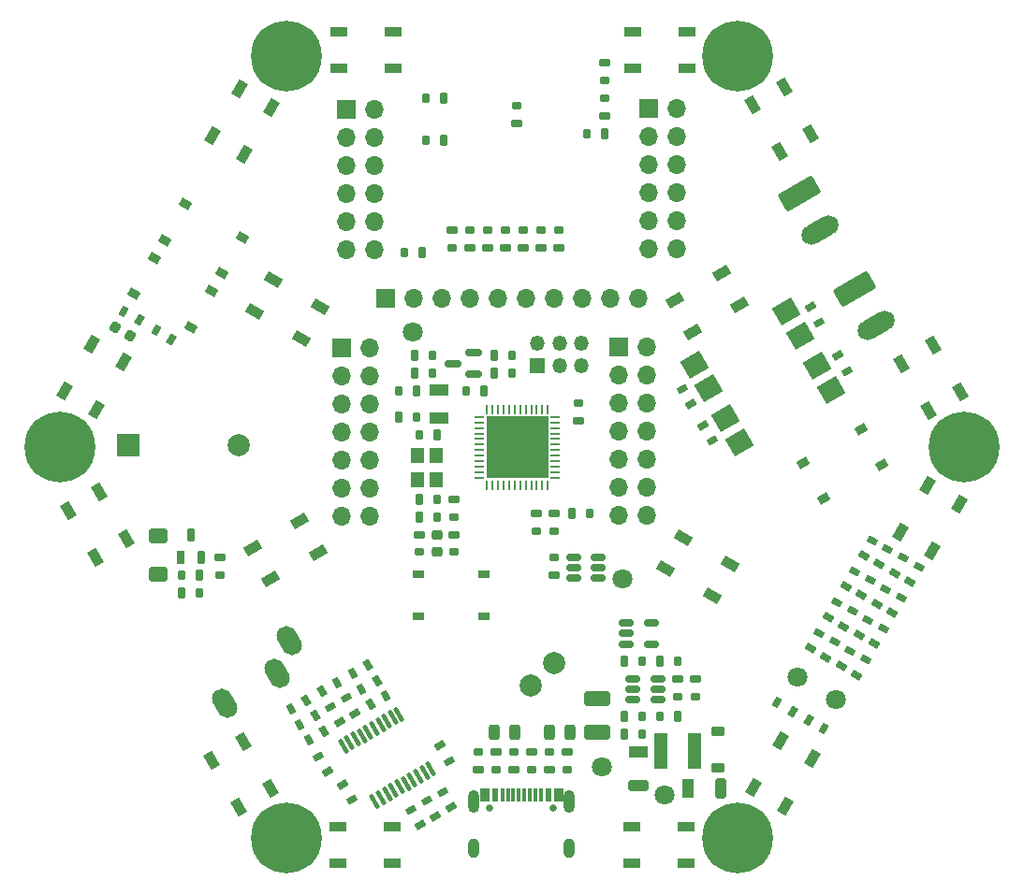
<source format=gbr>
%TF.GenerationSoftware,KiCad,Pcbnew,7.0.9*%
%TF.CreationDate,2024-05-28T15:48:04+02:00*%
%TF.ProjectId,ESP_DB_v1.0,4553505f-4442-45f7-9631-2e302e6b6963,rev?*%
%TF.SameCoordinates,Original*%
%TF.FileFunction,Soldermask,Top*%
%TF.FilePolarity,Negative*%
%FSLAX46Y46*%
G04 Gerber Fmt 4.6, Leading zero omitted, Abs format (unit mm)*
G04 Created by KiCad (PCBNEW 7.0.9) date 2024-05-28 15:48:04*
%MOMM*%
%LPD*%
G01*
G04 APERTURE LIST*
G04 Aperture macros list*
%AMRoundRect*
0 Rectangle with rounded corners*
0 $1 Rounding radius*
0 $2 $3 $4 $5 $6 $7 $8 $9 X,Y pos of 4 corners*
0 Add a 4 corners polygon primitive as box body*
4,1,4,$2,$3,$4,$5,$6,$7,$8,$9,$2,$3,0*
0 Add four circle primitives for the rounded corners*
1,1,$1+$1,$2,$3*
1,1,$1+$1,$4,$5*
1,1,$1+$1,$6,$7*
1,1,$1+$1,$8,$9*
0 Add four rect primitives between the rounded corners*
20,1,$1+$1,$2,$3,$4,$5,0*
20,1,$1+$1,$4,$5,$6,$7,0*
20,1,$1+$1,$6,$7,$8,$9,0*
20,1,$1+$1,$8,$9,$2,$3,0*%
%AMHorizOval*
0 Thick line with rounded ends*
0 $1 width*
0 $2 $3 position (X,Y) of the first rounded end (center of the circle)*
0 $4 $5 position (X,Y) of the second rounded end (center of the circle)*
0 Add line between two ends*
20,1,$1,$2,$3,$4,$5,0*
0 Add two circle primitives to create the rounded ends*
1,1,$1,$2,$3*
1,1,$1,$4,$5*%
%AMRotRect*
0 Rectangle, with rotation*
0 The origin of the aperture is its center*
0 $1 length*
0 $2 width*
0 $3 Rotation angle, in degrees counterclockwise*
0 Add horizontal line*
21,1,$1,$2,0,0,$3*%
G04 Aperture macros list end*
%ADD10RoundRect,0.030000X-0.270000X-0.430000X0.270000X-0.430000X0.270000X0.430000X-0.270000X0.430000X0*%
%ADD11RoundRect,0.090000X-0.210000X-0.370000X0.210000X-0.370000X0.210000X0.370000X-0.210000X0.370000X0*%
%ADD12RoundRect,0.030000X0.507391X-0.018827X0.237391X0.448827X-0.507391X0.018827X-0.237391X-0.448827X0*%
%ADD13RoundRect,0.090000X0.425429X0.003135X0.215429X0.366865X-0.425429X-0.003135X-0.215429X-0.366865X0*%
%ADD14C,0.800000*%
%ADD15C,6.400000*%
%ADD16RoundRect,0.030000X0.448827X0.237391X-0.018827X0.507391X-0.448827X-0.237391X0.018827X-0.507391X0*%
%ADD17RoundRect,0.090000X0.366865X0.215429X0.003135X0.425429X-0.366865X-0.215429X-0.003135X-0.425429X0*%
%ADD18RoundRect,0.030000X-0.430000X0.270000X-0.430000X-0.270000X0.430000X-0.270000X0.430000X0.270000X0*%
%ADD19RoundRect,0.090000X-0.370000X0.210000X-0.370000X-0.210000X0.370000X-0.210000X0.370000X0.210000X0*%
%ADD20RoundRect,0.243750X-0.243750X-0.456250X0.243750X-0.456250X0.243750X0.456250X-0.243750X0.456250X0*%
%ADD21RoundRect,0.030000X0.237391X-0.448827X0.507391X0.018827X-0.237391X0.448827X-0.507391X-0.018827X0*%
%ADD22RoundRect,0.090000X0.215429X-0.366865X0.425429X-0.003135X-0.215429X0.366865X-0.425429X0.003135X0*%
%ADD23C,1.800000*%
%ADD24RoundRect,0.030000X0.430000X-0.270000X0.430000X0.270000X-0.430000X0.270000X-0.430000X-0.270000X0*%
%ADD25RoundRect,0.090000X0.370000X-0.210000X0.370000X0.210000X-0.370000X0.210000X-0.370000X-0.210000X0*%
%ADD26RoundRect,0.100000X-0.405353X0.502091X0.232147X-0.602091X0.405353X-0.502091X-0.232147X0.602091X0*%
%ADD27RotRect,1.500000X0.900000X240.000000*%
%ADD28RoundRect,0.030000X-0.018827X-0.507391X0.448827X-0.237391X0.018827X0.507391X-0.448827X0.237391X0*%
%ADD29RoundRect,0.090000X0.003135X-0.425429X0.366865X-0.215429X-0.003135X0.425429X-0.366865X0.215429X0*%
%ADD30RotRect,1.000000X0.750000X150.000000*%
%ADD31RoundRect,0.250000X0.925000X-0.412500X0.925000X0.412500X-0.925000X0.412500X-0.925000X-0.412500X0*%
%ADD32C,0.650000*%
%ADD33R,0.920000X1.220000*%
%ADD34R,0.600000X1.240000*%
%ADD35R,0.300000X1.240000*%
%ADD36O,1.000000X2.100000*%
%ADD37O,1.000000X1.800000*%
%ADD38R,2.000000X2.000000*%
%ADD39C,2.000000*%
%ADD40RoundRect,0.218750X-0.317568X-0.112544X0.061318X-0.331294X0.317568X0.112544X-0.061318X0.331294X0*%
%ADD41RoundRect,0.030000X-0.507391X0.018827X-0.237391X-0.448827X0.507391X-0.018827X0.237391X0.448827X0*%
%ADD42RoundRect,0.090000X-0.425429X-0.003135X-0.215429X-0.366865X0.425429X0.003135X0.215429X0.366865X0*%
%ADD43RoundRect,0.150000X-0.512500X-0.150000X0.512500X-0.150000X0.512500X0.150000X-0.512500X0.150000X0*%
%ADD44RoundRect,0.030000X0.270000X-0.570000X0.270000X0.570000X-0.270000X0.570000X-0.270000X-0.570000X0*%
%ADD45RoundRect,0.120000X0.180000X-0.480000X0.180000X0.480000X-0.180000X0.480000X-0.180000X-0.480000X0*%
%ADD46R,1.200000X3.300000*%
%ADD47R,1.700000X1.700000*%
%ADD48O,1.700000X1.700000*%
%ADD49R,1.500000X0.900000*%
%ADD50RotRect,1.500000X0.900000X60.000000*%
%ADD51RotRect,1.500000X0.900000X300.000000*%
%ADD52RoundRect,0.225000X0.375000X-0.225000X0.375000X0.225000X-0.375000X0.225000X-0.375000X-0.225000X0*%
%ADD53RotRect,1.500000X0.900000X330.000000*%
%ADD54RoundRect,0.030000X0.018827X0.507391X-0.448827X0.237391X-0.018827X-0.507391X0.448827X-0.237391X0*%
%ADD55RoundRect,0.090000X-0.003135X0.425429X-0.366865X0.215429X0.003135X-0.425429X0.366865X-0.215429X0*%
%ADD56R,1.200000X1.400000*%
%ADD57R,1.800000X1.000000*%
%ADD58RoundRect,0.200000X-0.700000X0.300000X-0.700000X-0.300000X0.700000X-0.300000X0.700000X0.300000X0*%
%ADD59RoundRect,0.030000X0.270000X0.430000X-0.270000X0.430000X-0.270000X-0.430000X0.270000X-0.430000X0*%
%ADD60RoundRect,0.090000X0.210000X0.370000X-0.210000X0.370000X-0.210000X-0.370000X0.210000X-0.370000X0*%
%ADD61RotRect,1.000000X0.750000X30.000000*%
%ADD62RoundRect,0.250000X-0.600000X0.400000X-0.600000X-0.400000X0.600000X-0.400000X0.600000X0.400000X0*%
%ADD63RoundRect,0.243750X0.243750X0.456250X-0.243750X0.456250X-0.243750X-0.456250X0.243750X-0.456250X0*%
%ADD64RotRect,1.500000X0.900000X210.000000*%
%ADD65HorizOval,1.800000X0.250000X-0.433013X-0.250000X0.433013X0*%
%ADD66RoundRect,0.030000X-0.448827X-0.237391X0.018827X-0.507391X0.448827X0.237391X-0.018827X0.507391X0*%
%ADD67RoundRect,0.090000X-0.366865X-0.215429X-0.003135X-0.425429X0.366865X0.215429X0.003135X0.425429X0*%
%ADD68R,1.000000X1.800000*%
%ADD69RoundRect,0.200000X-0.300000X-0.700000X0.300000X-0.700000X0.300000X0.700000X-0.300000X0.700000X0*%
%ADD70RotRect,1.500000X0.900000X150.000000*%
%ADD71RotRect,2.000000X1.780000X210.000000*%
%ADD72RotRect,1.500000X0.900000X120.000000*%
%ADD73R,1.000000X0.750000*%
%ADD74RoundRect,0.150000X0.587500X0.150000X-0.587500X0.150000X-0.587500X-0.150000X0.587500X-0.150000X0*%
%ADD75RoundRect,0.218750X0.256250X-0.218750X0.256250X0.218750X-0.256250X0.218750X-0.256250X-0.218750X0*%
%ADD76RoundRect,0.062500X-0.375000X-0.062500X0.375000X-0.062500X0.375000X0.062500X-0.375000X0.062500X0*%
%ADD77RoundRect,0.062500X-0.062500X-0.375000X0.062500X-0.375000X0.062500X0.375000X-0.062500X0.375000X0*%
%ADD78R,5.600000X5.600000*%
%ADD79RoundRect,0.250000X-1.667339X-0.212083X-1.017339X-1.337917X1.667339X0.212083X1.017339X1.337917X0*%
%ADD80HorizOval,1.800000X-0.779423X-0.450000X0.779423X0.450000X0*%
%ADD81R,1.350000X1.350000*%
%ADD82O,1.350000X1.350000*%
G04 APERTURE END LIST*
D10*
%TO.C,C24*%
X93400000Y-88300000D03*
D11*
X95000000Y-88300000D03*
%TD*%
D12*
%TO.C,R5*%
X80800000Y-119092820D03*
D13*
X80000000Y-117707180D03*
%TD*%
D14*
%TO.C,H6*%
X113000000Y-59600000D03*
X113702944Y-57902944D03*
X113702944Y-61297056D03*
X115400000Y-57200000D03*
D15*
X115400000Y-59600000D03*
D14*
X115400000Y-62000000D03*
X117097056Y-57902944D03*
X117097056Y-61297056D03*
X117800000Y-59600000D03*
%TD*%
D16*
%TO.C,R15*%
X64192820Y-85200000D03*
D17*
X62807180Y-84400000D03*
%TD*%
D18*
%TO.C,C31*%
X98800000Y-101000000D03*
D19*
X98800000Y-102600000D03*
%TD*%
D20*
%TO.C,D9*%
X93362500Y-120800000D03*
X95237500Y-120800000D03*
%TD*%
D21*
%TO.C,R47*%
X126400000Y-111992820D03*
D22*
X127200000Y-110607180D03*
%TD*%
D23*
%TO.C,TP6*%
X105000000Y-106900000D03*
%TD*%
D24*
%TO.C,C32*%
X98800000Y-106600000D03*
D25*
X98800000Y-105000000D03*
%TD*%
D26*
%TO.C,U4*%
X84801874Y-119158502D03*
X84238958Y-119483502D03*
X83676041Y-119808502D03*
X83113125Y-120133502D03*
X82550208Y-120458502D03*
X81987292Y-120783502D03*
X81424375Y-121108502D03*
X80861459Y-121433502D03*
X80298542Y-121758502D03*
X79735626Y-122083502D03*
X82598126Y-127041498D03*
X83161042Y-126716498D03*
X83723959Y-126391498D03*
X84286875Y-126066498D03*
X84849792Y-125741498D03*
X85412708Y-125416498D03*
X85975625Y-125091498D03*
X86538541Y-124766498D03*
X87101458Y-124441498D03*
X87664374Y-124116498D03*
%TD*%
D27*
%TO.C,D18*%
X135453942Y-100103238D03*
X132596058Y-98453238D03*
X130146058Y-102696762D03*
X133003942Y-104346762D03*
%TD*%
D14*
%TO.C,H2*%
X51700000Y-95000000D03*
X52402944Y-93302944D03*
X52402944Y-96697056D03*
X54100000Y-92600000D03*
D15*
X54100000Y-95000000D03*
D14*
X54100000Y-97400000D03*
X55797056Y-93302944D03*
X55797056Y-96697056D03*
X56500000Y-95000000D03*
%TD*%
D28*
%TO.C,C4*%
X82207180Y-118300000D03*
D29*
X83592820Y-117500000D03*
%TD*%
D30*
%TO.C,SW4*%
X68760576Y-79223798D03*
X63564424Y-76223798D03*
X70635576Y-75976202D03*
X65439424Y-72976202D03*
%TD*%
D31*
%TO.C,C13*%
X102700000Y-120837500D03*
X102700000Y-117762500D03*
%TD*%
D32*
%TO.C,J1*%
X92990000Y-127620000D03*
X98770000Y-127620000D03*
D33*
X92520000Y-126490000D03*
D34*
X93480000Y-126500000D03*
D35*
X94630000Y-126500000D03*
X95630000Y-126500000D03*
X96130000Y-126500000D03*
X97130000Y-126500000D03*
D34*
X98280000Y-126500000D03*
D33*
X99240000Y-126490000D03*
X99240000Y-126490000D03*
D34*
X98280000Y-126500000D03*
D35*
X97630000Y-126500000D03*
X96630000Y-126500000D03*
X95130000Y-126500000D03*
X94130000Y-126500000D03*
D34*
X93480000Y-126500000D03*
D33*
X92520000Y-126490000D03*
D36*
X91560000Y-127100000D03*
D37*
X91560000Y-131300000D03*
D36*
X100200000Y-127100000D03*
D37*
X100200000Y-131300000D03*
%TD*%
D18*
%TO.C,R3*%
X96800000Y-122600000D03*
D19*
X96800000Y-124200000D03*
%TD*%
D21*
%TO.C,R43*%
X124800000Y-114792820D03*
D22*
X125600000Y-113407180D03*
%TD*%
D38*
%TO.C,BZ1*%
X60300000Y-94800000D03*
D39*
X70300000Y-94800000D03*
%TD*%
D21*
%TO.C,R46*%
X125000000Y-111192820D03*
D22*
X125800000Y-109807180D03*
%TD*%
D10*
%TO.C,C30*%
X84800000Y-92300000D03*
D11*
X86400000Y-92300000D03*
%TD*%
D40*
%TO.C,D14*%
X59118005Y-84106250D03*
X60481995Y-84893750D03*
%TD*%
D21*
%TO.C,R56*%
X131000000Y-107192820D03*
D22*
X131800000Y-105807180D03*
%TD*%
D41*
%TO.C,C6*%
X88500000Y-122007180D03*
D42*
X89300000Y-123392820D03*
%TD*%
D24*
%TO.C,R33*%
X94400000Y-76900000D03*
D25*
X94400000Y-75300000D03*
%TD*%
D21*
%TO.C,R49*%
X125200000Y-107592820D03*
D22*
X126000000Y-106207180D03*
%TD*%
D43*
%TO.C,U1*%
X100562500Y-104950000D03*
X100562500Y-105900000D03*
X100562500Y-106850000D03*
X102837500Y-106850000D03*
X102837500Y-105900000D03*
X102837500Y-104950000D03*
%TD*%
D21*
%TO.C,R41*%
X122000000Y-113192820D03*
D22*
X122800000Y-111807180D03*
%TD*%
D16*
%TO.C,R19*%
X61292820Y-83500000D03*
D17*
X59907180Y-82700000D03*
%TD*%
D24*
%TO.C,C19*%
X95400000Y-65700000D03*
D25*
X95400000Y-64100000D03*
%TD*%
D10*
%TO.C,R14*%
X86600000Y-101300000D03*
D11*
X88200000Y-101300000D03*
%TD*%
D44*
%TO.C,Q1*%
X65000000Y-104950000D03*
D45*
X66900000Y-104950000D03*
X65950000Y-102950000D03*
%TD*%
D46*
%TO.C,L1*%
X108450000Y-122500000D03*
X111550000Y-122500000D03*
%TD*%
D10*
%TO.C,C26*%
X86200000Y-88300000D03*
D11*
X87800000Y-88300000D03*
%TD*%
D47*
%TO.C,J10*%
X107400000Y-64300000D03*
D48*
X109940000Y-64300000D03*
X107400000Y-66840000D03*
X109940000Y-66840000D03*
X107400000Y-69380000D03*
X109940000Y-69380000D03*
X107400000Y-71920000D03*
X109940000Y-71920000D03*
X107400000Y-74460000D03*
X109940000Y-74460000D03*
X107400000Y-77000000D03*
X109940000Y-77000000D03*
%TD*%
D24*
%TO.C,C25*%
X101000000Y-92600000D03*
D25*
X101000000Y-91000000D03*
%TD*%
D23*
%TO.C,TP4*%
X86000000Y-84600000D03*
%TD*%
D49*
%TO.C,D16*%
X110750000Y-132650000D03*
X110750000Y-129350000D03*
X105850000Y-129350000D03*
X105850000Y-132650000D03*
%TD*%
D10*
%TO.C,R16*%
X93400000Y-86700000D03*
D11*
X95000000Y-86700000D03*
%TD*%
D27*
%TO.C,D17*%
X122153942Y-123203238D03*
X119296058Y-121553238D03*
X116846058Y-125796762D03*
X119703942Y-127446762D03*
%TD*%
D23*
%TO.C,TP1*%
X124300000Y-117800000D03*
%TD*%
D50*
%TO.C,D5*%
X67946058Y-66796762D03*
X70803942Y-68446762D03*
X73253942Y-64203238D03*
X70396058Y-62553238D03*
%TD*%
D51*
%TO.C,D20*%
X119603942Y-62353238D03*
X116746058Y-64003238D03*
X119196058Y-68246762D03*
X122053942Y-66596762D03*
%TD*%
D52*
%TO.C,D11*%
X113600000Y-124050000D03*
X113600000Y-120750000D03*
%TD*%
D43*
%TO.C,U8*%
X105325000Y-110900000D03*
X105325000Y-111850000D03*
X105325000Y-112800000D03*
X107600000Y-112800000D03*
X107600000Y-110900000D03*
%TD*%
D53*
%TO.C,D4*%
X73403238Y-79846058D03*
X71753238Y-82703942D03*
X75996762Y-85153942D03*
X77646762Y-82296058D03*
%TD*%
D41*
%TO.C,R37*%
X124500000Y-86707180D03*
D42*
X125300000Y-88092820D03*
%TD*%
D18*
%TO.C,R12*%
X86600000Y-102900000D03*
D19*
X86600000Y-104500000D03*
%TD*%
D12*
%TO.C,R7*%
X88100000Y-128392820D03*
D13*
X87300000Y-127007180D03*
%TD*%
D18*
%TO.C,C21*%
X103400000Y-60200000D03*
D19*
X103400000Y-61800000D03*
%TD*%
D24*
%TO.C,R4*%
X92000000Y-124200000D03*
D25*
X92000000Y-122600000D03*
%TD*%
D14*
%TO.C,H5*%
X133500000Y-95000000D03*
X134202944Y-93302944D03*
X134202944Y-96697056D03*
X135900000Y-92600000D03*
D15*
X135900000Y-95000000D03*
D14*
X135900000Y-97400000D03*
X137597056Y-93302944D03*
X137597056Y-96697056D03*
X138300000Y-95000000D03*
%TD*%
D21*
%TO.C,R44*%
X126200000Y-115592820D03*
D22*
X127000000Y-114207180D03*
%TD*%
D54*
%TO.C,C8*%
X81992820Y-114700000D03*
D55*
X80607180Y-115500000D03*
%TD*%
D21*
%TO.C,R45*%
X123600000Y-110392820D03*
D22*
X124400000Y-109007180D03*
%TD*%
D24*
%TO.C,R32*%
X97600000Y-76900000D03*
D25*
X97600000Y-75300000D03*
%TD*%
D56*
%TO.C,Y2*%
X88150000Y-97900000D03*
X88150000Y-95700000D03*
X86450000Y-95700000D03*
X86450000Y-97900000D03*
%TD*%
D12*
%TO.C,R8*%
X89500000Y-127592820D03*
D13*
X88700000Y-126207180D03*
%TD*%
D18*
%TO.C,R21*%
X93600000Y-122600000D03*
D19*
X93600000Y-124200000D03*
%TD*%
D57*
%TO.C,F1*%
X106400000Y-122600000D03*
D58*
X106400000Y-125600000D03*
%TD*%
D59*
%TO.C,C27*%
X88200000Y-93900000D03*
D60*
X86600000Y-93900000D03*
%TD*%
D12*
%TO.C,C10*%
X78300000Y-124392820D03*
D13*
X77500000Y-123007180D03*
%TD*%
D49*
%TO.C,D22*%
X79350000Y-57350000D03*
X79350000Y-60650000D03*
X84250000Y-60650000D03*
X84250000Y-57350000D03*
%TD*%
D18*
%TO.C,R22*%
X89800000Y-99700000D03*
D19*
X89800000Y-101300000D03*
%TD*%
D61*
%TO.C,SW1*%
X121364424Y-96376202D03*
X126560576Y-93376202D03*
X123239424Y-99623798D03*
X128435576Y-96623798D03*
%TD*%
D62*
%TO.C,D23*%
X63000000Y-103000000D03*
X63000000Y-106500000D03*
%TD*%
D63*
%TO.C,D10*%
X100237500Y-120800000D03*
X98362500Y-120800000D03*
%TD*%
D21*
%TO.C,R42*%
X123400000Y-113992820D03*
D22*
X124200000Y-112607180D03*
%TD*%
D64*
%TO.C,D3*%
X77446762Y-104503942D03*
X75796762Y-101646058D03*
X71553238Y-104096058D03*
X73203238Y-106953942D03*
%TD*%
D65*
%TO.C,J2*%
X68999296Y-118195449D03*
X74840897Y-112513398D03*
X73762436Y-115445449D03*
%TD*%
D23*
%TO.C,TP2*%
X120800000Y-115800000D03*
%TD*%
D39*
%TO.C,TP8*%
X98800000Y-114500000D03*
%TD*%
D23*
%TO.C,TP5*%
X108800000Y-126500000D03*
%TD*%
D66*
%TO.C,R39*%
X121807180Y-119700000D03*
D67*
X123192820Y-120500000D03*
%TD*%
D24*
%TO.C,R2*%
X95200000Y-124200000D03*
D25*
X95200000Y-122600000D03*
%TD*%
D30*
%TO.C,SW3*%
X65960576Y-84123798D03*
X60764424Y-81123798D03*
X67835576Y-80876202D03*
X62639424Y-77876202D03*
%TD*%
D68*
%TO.C,F12*%
X110900000Y-125900000D03*
D69*
X113900000Y-125900000D03*
%TD*%
D59*
%TO.C,R27*%
X88800000Y-63400000D03*
D60*
X87200000Y-63400000D03*
%TD*%
D70*
%TO.C,D2*%
X113096762Y-108453942D03*
X114746762Y-105596058D03*
X110503238Y-103146058D03*
X108853238Y-106003942D03*
%TD*%
D64*
%TO.C,D1*%
X115608373Y-82121294D03*
X113958373Y-79263410D03*
X109714849Y-81713410D03*
X111364849Y-84571294D03*
%TD*%
D21*
%TO.C,R52*%
X129400000Y-109992820D03*
D22*
X130200000Y-108607180D03*
%TD*%
D18*
%TO.C,C15*%
X110000000Y-116000000D03*
D19*
X110000000Y-117600000D03*
%TD*%
D71*
%TO.C,U7*%
X123870000Y-89799704D03*
X122600000Y-87600000D03*
X114346778Y-92365000D03*
X115616778Y-94564704D03*
%TD*%
D10*
%TO.C,C18*%
X86200000Y-86700000D03*
D11*
X87800000Y-86700000D03*
%TD*%
D41*
%TO.C,C5*%
X79700000Y-125507180D03*
D42*
X80500000Y-126892820D03*
%TD*%
D18*
%TO.C,R18*%
X89800000Y-102900000D03*
D19*
X89800000Y-104500000D03*
%TD*%
D24*
%TO.C,R1*%
X98400000Y-124200000D03*
D25*
X98400000Y-122600000D03*
%TD*%
D18*
%TO.C,R20*%
X100000000Y-122600000D03*
D19*
X100000000Y-124200000D03*
%TD*%
D43*
%TO.C,U5*%
X105962500Y-115950000D03*
X105962500Y-116900000D03*
X105962500Y-117850000D03*
X108237500Y-117850000D03*
X108237500Y-116900000D03*
X108237500Y-115950000D03*
%TD*%
D41*
%TO.C,R35*%
X122000000Y-82307180D03*
D42*
X122800000Y-83692820D03*
%TD*%
D14*
%TO.C,H3*%
X72200000Y-130400000D03*
X72902944Y-128702944D03*
X72902944Y-132097056D03*
X74600000Y-128000000D03*
D15*
X74600000Y-130400000D03*
D14*
X74600000Y-132800000D03*
X76297056Y-128702944D03*
X76297056Y-132097056D03*
X77000000Y-130400000D03*
%TD*%
D54*
%TO.C,C9*%
X77992820Y-120700000D03*
D55*
X76607180Y-121500000D03*
%TD*%
D10*
%TO.C,R10*%
X105200000Y-114400000D03*
D11*
X106800000Y-114400000D03*
%TD*%
D24*
%TO.C,R29*%
X92800000Y-76900000D03*
D25*
X92800000Y-75300000D03*
%TD*%
D59*
%TO.C,R23*%
X86900000Y-77400000D03*
D60*
X85300000Y-77400000D03*
%TD*%
D54*
%TO.C,C7*%
X77192820Y-119300000D03*
D55*
X75807180Y-120100000D03*
%TD*%
D16*
%TO.C,R40*%
X120392820Y-118900000D03*
D17*
X119007180Y-118100000D03*
%TD*%
D21*
%TO.C,R54*%
X128200000Y-105592820D03*
D22*
X129000000Y-104207180D03*
%TD*%
D23*
%TO.C,TP3*%
X103100000Y-123900000D03*
%TD*%
D59*
%TO.C,C14*%
X110000000Y-119400000D03*
D60*
X108400000Y-119400000D03*
%TD*%
D54*
%TO.C,C3*%
X82792820Y-116100000D03*
D55*
X81407180Y-116900000D03*
%TD*%
D72*
%TO.C,D7*%
X57296058Y-104946762D03*
X60153942Y-103296762D03*
X57703942Y-99053238D03*
X54846058Y-100703238D03*
%TD*%
D59*
%TO.C,C22*%
X92500000Y-89900000D03*
D60*
X90900000Y-89900000D03*
%TD*%
D12*
%TO.C,R6*%
X79400000Y-119892820D03*
D13*
X78600000Y-118507180D03*
%TD*%
D14*
%TO.C,H1*%
X72200000Y-59600000D03*
X72902944Y-57902944D03*
X72902944Y-61297056D03*
X74600000Y-57200000D03*
D15*
X74600000Y-59600000D03*
D14*
X74600000Y-62000000D03*
X76297056Y-57902944D03*
X76297056Y-61297056D03*
X77000000Y-59600000D03*
%TD*%
D21*
%TO.C,R48*%
X127800000Y-112792820D03*
D22*
X128600000Y-111407180D03*
%TD*%
D18*
%TO.C,C20*%
X89600000Y-75300000D03*
D19*
X89600000Y-76900000D03*
%TD*%
D73*
%TO.C,SW2*%
X86500000Y-106525000D03*
X92500000Y-106525000D03*
X86500000Y-110275000D03*
X92500000Y-110275000D03*
%TD*%
D18*
%TO.C,C16*%
X111600000Y-116000000D03*
D19*
X111600000Y-117600000D03*
%TD*%
D12*
%TO.C,R36*%
X111200000Y-91092820D03*
D13*
X110400000Y-89707180D03*
%TD*%
D47*
%TO.C,J4*%
X79625000Y-85975000D03*
D48*
X82165000Y-85975000D03*
X79625000Y-88515000D03*
X82165000Y-88515000D03*
X79625000Y-91055000D03*
X82165000Y-91055000D03*
X79625000Y-93595000D03*
X82165000Y-93595000D03*
X79625000Y-96135000D03*
X82165000Y-96135000D03*
X79625000Y-98675000D03*
X82165000Y-98675000D03*
X79625000Y-101215000D03*
X82165000Y-101215000D03*
%TD*%
D49*
%TO.C,D21*%
X105950000Y-57350000D03*
X105950000Y-60650000D03*
X110850000Y-60650000D03*
X110850000Y-57350000D03*
%TD*%
D21*
%TO.C,R50*%
X126600000Y-108392820D03*
D22*
X127400000Y-107007180D03*
%TD*%
D74*
%TO.C,D13*%
X91537500Y-88350000D03*
X91537500Y-86450000D03*
X89662500Y-87400000D03*
%TD*%
D59*
%TO.C,R26*%
X88800000Y-67200000D03*
D60*
X87200000Y-67200000D03*
%TD*%
D47*
%TO.C,J8*%
X83575000Y-81500000D03*
D48*
X86115000Y-81500000D03*
X88655000Y-81500000D03*
X91195000Y-81500000D03*
X93735000Y-81500000D03*
X96275000Y-81500000D03*
X98815000Y-81500000D03*
X101355000Y-81500000D03*
X103895000Y-81500000D03*
X106435000Y-81500000D03*
%TD*%
D71*
%TO.C,U2*%
X121061611Y-84917352D03*
X119791611Y-82717648D03*
X111538389Y-87482648D03*
X112808389Y-89682352D03*
%TD*%
D28*
%TO.C,C1*%
X77807180Y-117100000D03*
D29*
X79192820Y-116300000D03*
%TD*%
D24*
%TO.C,R13*%
X103400000Y-65000000D03*
D25*
X103400000Y-63400000D03*
%TD*%
D10*
%TO.C,C12*%
X105200000Y-121000000D03*
D11*
X106800000Y-121000000D03*
%TD*%
D75*
%TO.C,D12*%
X88200000Y-104487500D03*
X88200000Y-102912500D03*
%TD*%
D10*
%TO.C,C11*%
X105200000Y-119400000D03*
D11*
X106800000Y-119400000D03*
%TD*%
D12*
%TO.C,R9*%
X86700000Y-129192820D03*
D13*
X85900000Y-127807180D03*
%TD*%
D54*
%TO.C,C2*%
X76392820Y-117900000D03*
D55*
X75007180Y-118700000D03*
%TD*%
D18*
%TO.C,R25*%
X68550000Y-104950000D03*
D19*
X68550000Y-106550000D03*
%TD*%
D47*
%TO.C,J6*%
X104660000Y-85920000D03*
D48*
X107200000Y-85920000D03*
X104660000Y-88460000D03*
X107200000Y-88460000D03*
X104660000Y-91000000D03*
X107200000Y-91000000D03*
X104660000Y-93540000D03*
X107200000Y-93540000D03*
X104660000Y-96080000D03*
X107200000Y-96080000D03*
X104660000Y-98620000D03*
X107200000Y-98620000D03*
X104660000Y-101160000D03*
X107200000Y-101160000D03*
%TD*%
D76*
%TO.C,U6*%
X92062500Y-92250000D03*
X92062500Y-92750000D03*
X92062500Y-93250000D03*
X92062500Y-93750000D03*
X92062500Y-94250000D03*
X92062500Y-94750000D03*
X92062500Y-95250000D03*
X92062500Y-95750000D03*
X92062500Y-96250000D03*
X92062500Y-96750000D03*
X92062500Y-97250000D03*
X92062500Y-97750000D03*
D77*
X92750000Y-98437500D03*
X93250000Y-98437500D03*
X93750000Y-98437500D03*
X94250000Y-98437500D03*
X94750000Y-98437500D03*
X95250000Y-98437500D03*
X95750000Y-98437500D03*
X96250000Y-98437500D03*
X96750000Y-98437500D03*
X97250000Y-98437500D03*
X97750000Y-98437500D03*
X98250000Y-98437500D03*
D76*
X98937500Y-97750000D03*
X98937500Y-97250000D03*
X98937500Y-96750000D03*
X98937500Y-96250000D03*
X98937500Y-95750000D03*
X98937500Y-95250000D03*
X98937500Y-94750000D03*
X98937500Y-94250000D03*
X98937500Y-93750000D03*
X98937500Y-93250000D03*
X98937500Y-92750000D03*
X98937500Y-92250000D03*
D77*
X98250000Y-91562500D03*
X97750000Y-91562500D03*
X97250000Y-91562500D03*
X96750000Y-91562500D03*
X96250000Y-91562500D03*
X95750000Y-91562500D03*
X95250000Y-91562500D03*
X94750000Y-91562500D03*
X94250000Y-91562500D03*
X93750000Y-91562500D03*
X93250000Y-91562500D03*
X92750000Y-91562500D03*
D78*
X95500000Y-95000000D03*
%TD*%
D49*
%TO.C,D15*%
X84150000Y-132650000D03*
X84150000Y-129350000D03*
X79250000Y-129350000D03*
X79250000Y-132650000D03*
%TD*%
D79*
%TO.C,J3*%
X120995000Y-72000443D03*
D80*
X122900000Y-75300000D03*
%TD*%
D79*
%TO.C,J7*%
X126006234Y-80680222D03*
D80*
X127911234Y-83979779D03*
%TD*%
D39*
%TO.C,TP7*%
X96700000Y-116600000D03*
%TD*%
D21*
%TO.C,R53*%
X126800000Y-104792820D03*
D22*
X127600000Y-103407180D03*
%TD*%
D10*
%TO.C,C23*%
X100400000Y-101000000D03*
D11*
X102000000Y-101000000D03*
%TD*%
D59*
%TO.C,C17*%
X103400000Y-66600000D03*
D60*
X101800000Y-66600000D03*
%TD*%
D24*
%TO.C,R34*%
X96000000Y-76900000D03*
D25*
X96000000Y-75300000D03*
%TD*%
D24*
%TO.C,R30*%
X91200000Y-76900000D03*
D25*
X91200000Y-75300000D03*
%TD*%
D41*
%TO.C,R38*%
X112300000Y-93007180D03*
D42*
X113100000Y-94392820D03*
%TD*%
D18*
%TO.C,R17*%
X97200000Y-101000000D03*
D19*
X97200000Y-102600000D03*
%TD*%
D21*
%TO.C,R51*%
X128000000Y-109192820D03*
D22*
X128800000Y-107807180D03*
%TD*%
D47*
%TO.C,J9*%
X80060000Y-64420000D03*
D48*
X82600000Y-64420000D03*
X80060000Y-66960000D03*
X82600000Y-66960000D03*
X80060000Y-69500000D03*
X82600000Y-69500000D03*
X80060000Y-72040000D03*
X82600000Y-72040000D03*
X80060000Y-74580000D03*
X82600000Y-74580000D03*
X80060000Y-77120000D03*
X82600000Y-77120000D03*
%TD*%
D72*
%TO.C,D8*%
X70296058Y-127546762D03*
X73153942Y-125896762D03*
X70703942Y-121653238D03*
X67846058Y-123303238D03*
%TD*%
D51*
%TO.C,D19*%
X133103942Y-85753238D03*
X130246058Y-87403238D03*
X132696058Y-91646762D03*
X135553942Y-89996762D03*
%TD*%
D59*
%TO.C,C29*%
X86400000Y-89900000D03*
D60*
X84800000Y-89900000D03*
%TD*%
D81*
%TO.C,J5*%
X97300000Y-87600000D03*
D82*
X97300000Y-85600000D03*
X99300000Y-87600000D03*
X99300000Y-85600000D03*
X101300000Y-87600000D03*
X101300000Y-85600000D03*
%TD*%
D59*
%TO.C,R24*%
X66700000Y-106550000D03*
D60*
X65100000Y-106550000D03*
%TD*%
D10*
%TO.C,R11*%
X108400000Y-114400000D03*
D11*
X110000000Y-114400000D03*
%TD*%
D57*
%TO.C,Y1*%
X88400000Y-89850000D03*
X88400000Y-92350000D03*
%TD*%
D21*
%TO.C,R55*%
X129600000Y-106392820D03*
D22*
X130400000Y-105007180D03*
%TD*%
D14*
%TO.C,H4*%
X113000000Y-130400000D03*
X113702944Y-128702944D03*
X113702944Y-132097056D03*
X115400000Y-128000000D03*
D15*
X115400000Y-130400000D03*
D14*
X115400000Y-132800000D03*
X117097056Y-128702944D03*
X117097056Y-132097056D03*
X117800000Y-130400000D03*
%TD*%
D50*
%TO.C,D6*%
X54546058Y-89896762D03*
X57403942Y-91546762D03*
X59853942Y-87303238D03*
X56996058Y-85653238D03*
%TD*%
D10*
%TO.C,C28*%
X86600000Y-99700000D03*
D11*
X88200000Y-99700000D03*
%TD*%
D10*
%TO.C,R28*%
X65100000Y-108200000D03*
D11*
X66700000Y-108200000D03*
%TD*%
D24*
%TO.C,R31*%
X99200000Y-76900000D03*
D25*
X99200000Y-75300000D03*
%TD*%
M02*

</source>
